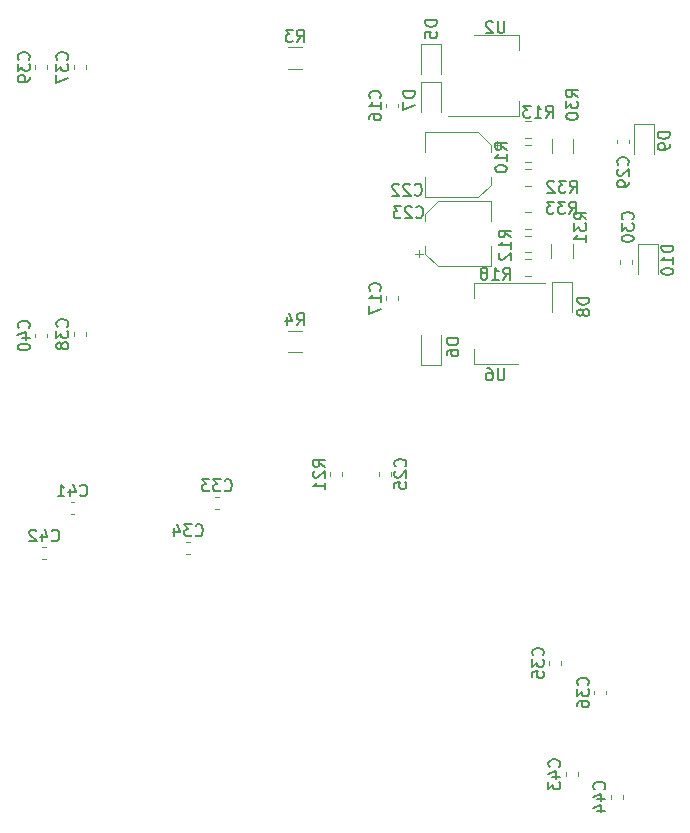
<source format=gbo>
G04 #@! TF.GenerationSoftware,KiCad,Pcbnew,5.0.1-33cea8e~67~ubuntu18.04.1*
G04 #@! TF.CreationDate,2018-10-21T17:35:32+02:00*
G04 #@! TF.ProjectId,CondorCabSim,436F6E646F7243616253696D2E6B6963,rev?*
G04 #@! TF.SameCoordinates,Original*
G04 #@! TF.FileFunction,Legend,Bot*
G04 #@! TF.FilePolarity,Positive*
%FSLAX46Y46*%
G04 Gerber Fmt 4.6, Leading zero omitted, Abs format (unit mm)*
G04 Created by KiCad (PCBNEW 5.0.1-33cea8e~67~ubuntu18.04.1) date Sun 21 Oct 2018 05:35:32 PM CEST*
%MOMM*%
%LPD*%
G01*
G04 APERTURE LIST*
%ADD10C,0.120000*%
%ADD11C,0.150000*%
G04 APERTURE END LIST*
D10*
G04 #@! TO.C,R30*
X176331200Y-56942264D02*
X176331200Y-55738136D01*
X178151200Y-56942264D02*
X178151200Y-55738136D01*
G04 #@! TO.C,D8*
X176365800Y-67849800D02*
X176365800Y-70399800D01*
X178065800Y-67849800D02*
X178065800Y-70399800D01*
X176365800Y-67849800D02*
X178065800Y-67849800D01*
G04 #@! TO.C,D10*
X183617500Y-64641600D02*
X183617500Y-67191600D01*
X185317500Y-64641600D02*
X185317500Y-67191600D01*
X183617500Y-64641600D02*
X185317500Y-64641600D01*
G04 #@! TO.C,U6*
X175733300Y-67924600D02*
X169723300Y-67924600D01*
X173483300Y-74744600D02*
X169723300Y-74744600D01*
X169723300Y-67924600D02*
X169723300Y-69184600D01*
X169723300Y-74744600D02*
X169723300Y-73484600D01*
G04 #@! TO.C,C33*
X148158519Y-87045260D02*
X147832961Y-87045260D01*
X148158519Y-86025260D02*
X147832961Y-86025260D01*
G04 #@! TO.C,C16*
X162339560Y-52735161D02*
X162339560Y-53060719D01*
X163359560Y-52735161D02*
X163359560Y-53060719D01*
G04 #@! TO.C,C17*
X163359560Y-69042161D02*
X163359560Y-69367719D01*
X162339560Y-69042161D02*
X162339560Y-69367719D01*
G04 #@! TO.C,C22*
X171724300Y-55927200D02*
X171724300Y-56552200D01*
X172036800Y-56239700D02*
X171411800Y-56239700D01*
X171171800Y-59620263D02*
X170107363Y-60684700D01*
X171171800Y-56229137D02*
X170107363Y-55164700D01*
X171171800Y-56229137D02*
X171171800Y-56864700D01*
X171171800Y-59620263D02*
X171171800Y-58984700D01*
X170107363Y-60684700D02*
X165651800Y-60684700D01*
X170107363Y-55164700D02*
X165651800Y-55164700D01*
X165651800Y-55164700D02*
X165651800Y-56864700D01*
X165651800Y-60684700D02*
X165651800Y-58984700D01*
G04 #@! TO.C,C23*
X171171800Y-60994000D02*
X171171800Y-62694000D01*
X171171800Y-66514000D02*
X171171800Y-64814000D01*
X166716237Y-66514000D02*
X171171800Y-66514000D01*
X166716237Y-60994000D02*
X171171800Y-60994000D01*
X165651800Y-62058437D02*
X165651800Y-62694000D01*
X165651800Y-65449563D02*
X165651800Y-64814000D01*
X165651800Y-65449563D02*
X166716237Y-66514000D01*
X165651800Y-62058437D02*
X166716237Y-60994000D01*
X164786800Y-65439000D02*
X165411800Y-65439000D01*
X165099300Y-65751500D02*
X165099300Y-65126500D01*
G04 #@! TO.C,C25*
X161694400Y-83936521D02*
X161694400Y-84262079D01*
X162714400Y-83936521D02*
X162714400Y-84262079D01*
G04 #@! TO.C,C29*
X182917560Y-55783161D02*
X182917560Y-56108719D01*
X181897560Y-55783161D02*
X181897560Y-56108719D01*
G04 #@! TO.C,C30*
X182151560Y-65994161D02*
X182151560Y-66319719D01*
X183171560Y-65994161D02*
X183171560Y-66319719D01*
G04 #@! TO.C,C34*
X145720019Y-89835260D02*
X145394461Y-89835260D01*
X145720019Y-90855260D02*
X145394461Y-90855260D01*
G04 #@! TO.C,C35*
X176147000Y-99938721D02*
X176147000Y-100264279D01*
X177167000Y-99938721D02*
X177167000Y-100264279D01*
G04 #@! TO.C,C36*
X179957000Y-102427721D02*
X179957000Y-102753279D01*
X180977000Y-102427721D02*
X180977000Y-102753279D01*
G04 #@! TO.C,C37*
X136882600Y-49493720D02*
X136882600Y-49819278D01*
X135862600Y-49493720D02*
X135862600Y-49819278D01*
G04 #@! TO.C,C38*
X135872760Y-72100221D02*
X135872760Y-72425779D01*
X136892760Y-72100221D02*
X136892760Y-72425779D01*
G04 #@! TO.C,C39*
X133631400Y-49493720D02*
X133631400Y-49819278D01*
X132611400Y-49493720D02*
X132611400Y-49819278D01*
G04 #@! TO.C,C40*
X133631400Y-72201921D02*
X133631400Y-72527479D01*
X132611400Y-72201921D02*
X132611400Y-72527479D01*
G04 #@! TO.C,D5*
X165304100Y-47649000D02*
X167004100Y-47649000D01*
X167004100Y-47649000D02*
X167004100Y-50199000D01*
X165304100Y-47649000D02*
X165304100Y-50199000D01*
G04 #@! TO.C,D6*
X166991400Y-74855200D02*
X166991400Y-72305200D01*
X165291400Y-74855200D02*
X165291400Y-72305200D01*
X166991400Y-74855200D02*
X165291400Y-74855200D01*
G04 #@! TO.C,D7*
X165304100Y-50938300D02*
X167004100Y-50938300D01*
X167004100Y-50938300D02*
X167004100Y-53488300D01*
X165304100Y-50938300D02*
X165304100Y-53488300D01*
G04 #@! TO.C,D9*
X183338100Y-54494300D02*
X185038100Y-54494300D01*
X185038100Y-54494300D02*
X185038100Y-57044300D01*
X183338100Y-54494300D02*
X183338100Y-57044300D01*
G04 #@! TO.C,R3*
X155191544Y-47954520D02*
X153987416Y-47954520D01*
X155191544Y-49774520D02*
X153987416Y-49774520D01*
G04 #@! TO.C,R4*
X155191544Y-73779440D02*
X153987416Y-73779440D01*
X155191544Y-71959440D02*
X153987416Y-71959440D01*
G04 #@! TO.C,R10*
X174616878Y-57697440D02*
X174099722Y-57697440D01*
X174616878Y-56277440D02*
X174099722Y-56277440D01*
G04 #@! TO.C,R12*
X174099722Y-65327600D02*
X174616878Y-65327600D01*
X174099722Y-63907600D02*
X174616878Y-63907600D01*
G04 #@! TO.C,R13*
X174099722Y-54245440D02*
X174616878Y-54245440D01*
X174099722Y-55665440D02*
X174616878Y-55665440D01*
G04 #@! TO.C,R18*
X174616878Y-67334200D02*
X174099722Y-67334200D01*
X174616878Y-65914200D02*
X174099722Y-65914200D01*
G04 #@! TO.C,R21*
X157605000Y-83962121D02*
X157605000Y-84287679D01*
X158625000Y-83962121D02*
X158625000Y-84287679D01*
G04 #@! TO.C,U2*
X173537400Y-46932800D02*
X173537400Y-48192800D01*
X173537400Y-53752800D02*
X173537400Y-52492800D01*
X169777400Y-46932800D02*
X173537400Y-46932800D01*
X167527400Y-53752800D02*
X173537400Y-53752800D01*
G04 #@! TO.C,R32*
X174099722Y-58309440D02*
X174616878Y-58309440D01*
X174099722Y-59729440D02*
X174616878Y-59729440D01*
G04 #@! TO.C,R33*
X174616878Y-61901000D02*
X174099722Y-61901000D01*
X174616878Y-63321000D02*
X174099722Y-63321000D01*
G04 #@! TO.C,C41*
X135925879Y-87479600D02*
X135600321Y-87479600D01*
X135925879Y-86459600D02*
X135600321Y-86459600D01*
G04 #@! TO.C,C42*
X133538079Y-90269600D02*
X133212521Y-90269600D01*
X133538079Y-91289600D02*
X133212521Y-91289600D01*
G04 #@! TO.C,C43*
X177529769Y-109357955D02*
X177529769Y-109683513D01*
X178549769Y-109357955D02*
X178549769Y-109683513D01*
G04 #@! TO.C,C44*
X182359769Y-111262955D02*
X182359769Y-111588513D01*
X181339769Y-111262955D02*
X181339769Y-111588513D01*
G04 #@! TO.C,R31*
X178125800Y-65826264D02*
X178125800Y-64622136D01*
X176305800Y-65826264D02*
X176305800Y-64622136D01*
G04 #@! TD*
G04 #@! TO.C,R30*
D11*
X178569880Y-52189142D02*
X178093690Y-51855809D01*
X178569880Y-51617714D02*
X177569880Y-51617714D01*
X177569880Y-51998666D01*
X177617500Y-52093904D01*
X177665119Y-52141523D01*
X177760357Y-52189142D01*
X177903214Y-52189142D01*
X177998452Y-52141523D01*
X178046071Y-52093904D01*
X178093690Y-51998666D01*
X178093690Y-51617714D01*
X177569880Y-52522476D02*
X177569880Y-53141523D01*
X177950833Y-52808190D01*
X177950833Y-52951047D01*
X177998452Y-53046285D01*
X178046071Y-53093904D01*
X178141309Y-53141523D01*
X178379404Y-53141523D01*
X178474642Y-53093904D01*
X178522261Y-53046285D01*
X178569880Y-52951047D01*
X178569880Y-52665333D01*
X178522261Y-52570095D01*
X178474642Y-52522476D01*
X177569880Y-53760571D02*
X177569880Y-53855809D01*
X177617500Y-53951047D01*
X177665119Y-53998666D01*
X177760357Y-54046285D01*
X177950833Y-54093904D01*
X178188928Y-54093904D01*
X178379404Y-54046285D01*
X178474642Y-53998666D01*
X178522261Y-53951047D01*
X178569880Y-53855809D01*
X178569880Y-53760571D01*
X178522261Y-53665333D01*
X178474642Y-53617714D01*
X178379404Y-53570095D01*
X178188928Y-53522476D01*
X177950833Y-53522476D01*
X177760357Y-53570095D01*
X177665119Y-53617714D01*
X177617500Y-53665333D01*
X177569880Y-53760571D01*
G04 #@! TO.C,D8*
X179522380Y-69175404D02*
X178522380Y-69175404D01*
X178522380Y-69413500D01*
X178570000Y-69556357D01*
X178665238Y-69651595D01*
X178760476Y-69699214D01*
X178950952Y-69746833D01*
X179093809Y-69746833D01*
X179284285Y-69699214D01*
X179379523Y-69651595D01*
X179474761Y-69556357D01*
X179522380Y-69413500D01*
X179522380Y-69175404D01*
X178950952Y-70318261D02*
X178903333Y-70223023D01*
X178855714Y-70175404D01*
X178760476Y-70127785D01*
X178712857Y-70127785D01*
X178617619Y-70175404D01*
X178570000Y-70223023D01*
X178522380Y-70318261D01*
X178522380Y-70508738D01*
X178570000Y-70603976D01*
X178617619Y-70651595D01*
X178712857Y-70699214D01*
X178760476Y-70699214D01*
X178855714Y-70651595D01*
X178903333Y-70603976D01*
X178950952Y-70508738D01*
X178950952Y-70318261D01*
X178998571Y-70223023D01*
X179046190Y-70175404D01*
X179141428Y-70127785D01*
X179331904Y-70127785D01*
X179427142Y-70175404D01*
X179474761Y-70223023D01*
X179522380Y-70318261D01*
X179522380Y-70508738D01*
X179474761Y-70603976D01*
X179427142Y-70651595D01*
X179331904Y-70699214D01*
X179141428Y-70699214D01*
X179046190Y-70651595D01*
X178998571Y-70603976D01*
X178950952Y-70508738D01*
G04 #@! TO.C,D10*
X186634380Y-64762214D02*
X185634380Y-64762214D01*
X185634380Y-65000309D01*
X185682000Y-65143166D01*
X185777238Y-65238404D01*
X185872476Y-65286023D01*
X186062952Y-65333642D01*
X186205809Y-65333642D01*
X186396285Y-65286023D01*
X186491523Y-65238404D01*
X186586761Y-65143166D01*
X186634380Y-65000309D01*
X186634380Y-64762214D01*
X186634380Y-66286023D02*
X186634380Y-65714595D01*
X186634380Y-66000309D02*
X185634380Y-66000309D01*
X185777238Y-65905071D01*
X185872476Y-65809833D01*
X185920095Y-65714595D01*
X185634380Y-66905071D02*
X185634380Y-67000309D01*
X185682000Y-67095547D01*
X185729619Y-67143166D01*
X185824857Y-67190785D01*
X186015333Y-67238404D01*
X186253428Y-67238404D01*
X186443904Y-67190785D01*
X186539142Y-67143166D01*
X186586761Y-67095547D01*
X186634380Y-67000309D01*
X186634380Y-66905071D01*
X186586761Y-66809833D01*
X186539142Y-66762214D01*
X186443904Y-66714595D01*
X186253428Y-66666976D01*
X186015333Y-66666976D01*
X185824857Y-66714595D01*
X185729619Y-66762214D01*
X185682000Y-66809833D01*
X185634380Y-66905071D01*
G04 #@! TO.C,U6*
X172338904Y-75144380D02*
X172338904Y-75953904D01*
X172291285Y-76049142D01*
X172243666Y-76096761D01*
X172148428Y-76144380D01*
X171957952Y-76144380D01*
X171862714Y-76096761D01*
X171815095Y-76049142D01*
X171767476Y-75953904D01*
X171767476Y-75144380D01*
X170862714Y-75144380D02*
X171053190Y-75144380D01*
X171148428Y-75192000D01*
X171196047Y-75239619D01*
X171291285Y-75382476D01*
X171338904Y-75572952D01*
X171338904Y-75953904D01*
X171291285Y-76049142D01*
X171243666Y-76096761D01*
X171148428Y-76144380D01*
X170957952Y-76144380D01*
X170862714Y-76096761D01*
X170815095Y-76049142D01*
X170767476Y-75953904D01*
X170767476Y-75715809D01*
X170815095Y-75620571D01*
X170862714Y-75572952D01*
X170957952Y-75525333D01*
X171148428Y-75525333D01*
X171243666Y-75572952D01*
X171291285Y-75620571D01*
X171338904Y-75715809D01*
G04 #@! TO.C,C33*
X148638597Y-85462402D02*
X148686216Y-85510021D01*
X148829073Y-85557640D01*
X148924311Y-85557640D01*
X149067168Y-85510021D01*
X149162406Y-85414783D01*
X149210025Y-85319545D01*
X149257644Y-85129069D01*
X149257644Y-84986212D01*
X149210025Y-84795736D01*
X149162406Y-84700498D01*
X149067168Y-84605260D01*
X148924311Y-84557640D01*
X148829073Y-84557640D01*
X148686216Y-84605260D01*
X148638597Y-84652879D01*
X148305263Y-84557640D02*
X147686216Y-84557640D01*
X148019549Y-84938593D01*
X147876692Y-84938593D01*
X147781454Y-84986212D01*
X147733835Y-85033831D01*
X147686216Y-85129069D01*
X147686216Y-85367164D01*
X147733835Y-85462402D01*
X147781454Y-85510021D01*
X147876692Y-85557640D01*
X148162406Y-85557640D01*
X148257644Y-85510021D01*
X148305263Y-85462402D01*
X147352882Y-84557640D02*
X146733835Y-84557640D01*
X147067168Y-84938593D01*
X146924311Y-84938593D01*
X146829073Y-84986212D01*
X146781454Y-85033831D01*
X146733835Y-85129069D01*
X146733835Y-85367164D01*
X146781454Y-85462402D01*
X146829073Y-85510021D01*
X146924311Y-85557640D01*
X147210025Y-85557640D01*
X147305263Y-85510021D01*
X147352882Y-85462402D01*
G04 #@! TO.C,C16*
X161776702Y-52255082D02*
X161824321Y-52207463D01*
X161871940Y-52064606D01*
X161871940Y-51969368D01*
X161824321Y-51826511D01*
X161729083Y-51731273D01*
X161633845Y-51683654D01*
X161443369Y-51636035D01*
X161300512Y-51636035D01*
X161110036Y-51683654D01*
X161014798Y-51731273D01*
X160919560Y-51826511D01*
X160871940Y-51969368D01*
X160871940Y-52064606D01*
X160919560Y-52207463D01*
X160967179Y-52255082D01*
X161871940Y-53207463D02*
X161871940Y-52636035D01*
X161871940Y-52921749D02*
X160871940Y-52921749D01*
X161014798Y-52826511D01*
X161110036Y-52731273D01*
X161157655Y-52636035D01*
X160871940Y-54064606D02*
X160871940Y-53874130D01*
X160919560Y-53778892D01*
X160967179Y-53731273D01*
X161110036Y-53636035D01*
X161300512Y-53588416D01*
X161681464Y-53588416D01*
X161776702Y-53636035D01*
X161824321Y-53683654D01*
X161871940Y-53778892D01*
X161871940Y-53969368D01*
X161824321Y-54064606D01*
X161776702Y-54112225D01*
X161681464Y-54159844D01*
X161443369Y-54159844D01*
X161348131Y-54112225D01*
X161300512Y-54064606D01*
X161252893Y-53969368D01*
X161252893Y-53778892D01*
X161300512Y-53683654D01*
X161348131Y-53636035D01*
X161443369Y-53588416D01*
G04 #@! TO.C,C17*
X161776702Y-68562082D02*
X161824321Y-68514463D01*
X161871940Y-68371606D01*
X161871940Y-68276368D01*
X161824321Y-68133511D01*
X161729083Y-68038273D01*
X161633845Y-67990654D01*
X161443369Y-67943035D01*
X161300512Y-67943035D01*
X161110036Y-67990654D01*
X161014798Y-68038273D01*
X160919560Y-68133511D01*
X160871940Y-68276368D01*
X160871940Y-68371606D01*
X160919560Y-68514463D01*
X160967179Y-68562082D01*
X161871940Y-69514463D02*
X161871940Y-68943035D01*
X161871940Y-69228749D02*
X160871940Y-69228749D01*
X161014798Y-69133511D01*
X161110036Y-69038273D01*
X161157655Y-68943035D01*
X160871940Y-69847797D02*
X160871940Y-70514463D01*
X161871940Y-70085892D01*
G04 #@! TO.C,C22*
X164726857Y-60428142D02*
X164774476Y-60475761D01*
X164917333Y-60523380D01*
X165012571Y-60523380D01*
X165155428Y-60475761D01*
X165250666Y-60380523D01*
X165298285Y-60285285D01*
X165345904Y-60094809D01*
X165345904Y-59951952D01*
X165298285Y-59761476D01*
X165250666Y-59666238D01*
X165155428Y-59571000D01*
X165012571Y-59523380D01*
X164917333Y-59523380D01*
X164774476Y-59571000D01*
X164726857Y-59618619D01*
X164345904Y-59618619D02*
X164298285Y-59571000D01*
X164203047Y-59523380D01*
X163964952Y-59523380D01*
X163869714Y-59571000D01*
X163822095Y-59618619D01*
X163774476Y-59713857D01*
X163774476Y-59809095D01*
X163822095Y-59951952D01*
X164393523Y-60523380D01*
X163774476Y-60523380D01*
X163393523Y-59618619D02*
X163345904Y-59571000D01*
X163250666Y-59523380D01*
X163012571Y-59523380D01*
X162917333Y-59571000D01*
X162869714Y-59618619D01*
X162822095Y-59713857D01*
X162822095Y-59809095D01*
X162869714Y-59951952D01*
X163441142Y-60523380D01*
X162822095Y-60523380D01*
G04 #@! TO.C,C23*
X164853857Y-62333142D02*
X164901476Y-62380761D01*
X165044333Y-62428380D01*
X165139571Y-62428380D01*
X165282428Y-62380761D01*
X165377666Y-62285523D01*
X165425285Y-62190285D01*
X165472904Y-61999809D01*
X165472904Y-61856952D01*
X165425285Y-61666476D01*
X165377666Y-61571238D01*
X165282428Y-61476000D01*
X165139571Y-61428380D01*
X165044333Y-61428380D01*
X164901476Y-61476000D01*
X164853857Y-61523619D01*
X164472904Y-61523619D02*
X164425285Y-61476000D01*
X164330047Y-61428380D01*
X164091952Y-61428380D01*
X163996714Y-61476000D01*
X163949095Y-61523619D01*
X163901476Y-61618857D01*
X163901476Y-61714095D01*
X163949095Y-61856952D01*
X164520523Y-62428380D01*
X163901476Y-62428380D01*
X163568142Y-61428380D02*
X162949095Y-61428380D01*
X163282428Y-61809333D01*
X163139571Y-61809333D01*
X163044333Y-61856952D01*
X162996714Y-61904571D01*
X162949095Y-61999809D01*
X162949095Y-62237904D01*
X162996714Y-62333142D01*
X163044333Y-62380761D01*
X163139571Y-62428380D01*
X163425285Y-62428380D01*
X163520523Y-62380761D01*
X163568142Y-62333142D01*
G04 #@! TO.C,C25*
X163933142Y-83456442D02*
X163980761Y-83408823D01*
X164028380Y-83265966D01*
X164028380Y-83170728D01*
X163980761Y-83027871D01*
X163885523Y-82932633D01*
X163790285Y-82885014D01*
X163599809Y-82837395D01*
X163456952Y-82837395D01*
X163266476Y-82885014D01*
X163171238Y-82932633D01*
X163076000Y-83027871D01*
X163028380Y-83170728D01*
X163028380Y-83265966D01*
X163076000Y-83408823D01*
X163123619Y-83456442D01*
X163123619Y-83837395D02*
X163076000Y-83885014D01*
X163028380Y-83980252D01*
X163028380Y-84218347D01*
X163076000Y-84313585D01*
X163123619Y-84361204D01*
X163218857Y-84408823D01*
X163314095Y-84408823D01*
X163456952Y-84361204D01*
X164028380Y-83789776D01*
X164028380Y-84408823D01*
X163028380Y-85313585D02*
X163028380Y-84837395D01*
X163504571Y-84789776D01*
X163456952Y-84837395D01*
X163409333Y-84932633D01*
X163409333Y-85170728D01*
X163456952Y-85265966D01*
X163504571Y-85313585D01*
X163599809Y-85361204D01*
X163837904Y-85361204D01*
X163933142Y-85313585D01*
X163980761Y-85265966D01*
X164028380Y-85170728D01*
X164028380Y-84932633D01*
X163980761Y-84837395D01*
X163933142Y-84789776D01*
G04 #@! TO.C,C29*
X182792642Y-57904142D02*
X182840261Y-57856523D01*
X182887880Y-57713666D01*
X182887880Y-57618428D01*
X182840261Y-57475571D01*
X182745023Y-57380333D01*
X182649785Y-57332714D01*
X182459309Y-57285095D01*
X182316452Y-57285095D01*
X182125976Y-57332714D01*
X182030738Y-57380333D01*
X181935500Y-57475571D01*
X181887880Y-57618428D01*
X181887880Y-57713666D01*
X181935500Y-57856523D01*
X181983119Y-57904142D01*
X181983119Y-58285095D02*
X181935500Y-58332714D01*
X181887880Y-58427952D01*
X181887880Y-58666047D01*
X181935500Y-58761285D01*
X181983119Y-58808904D01*
X182078357Y-58856523D01*
X182173595Y-58856523D01*
X182316452Y-58808904D01*
X182887880Y-58237476D01*
X182887880Y-58856523D01*
X182887880Y-59332714D02*
X182887880Y-59523190D01*
X182840261Y-59618428D01*
X182792642Y-59666047D01*
X182649785Y-59761285D01*
X182459309Y-59808904D01*
X182078357Y-59808904D01*
X181983119Y-59761285D01*
X181935500Y-59713666D01*
X181887880Y-59618428D01*
X181887880Y-59427952D01*
X181935500Y-59332714D01*
X181983119Y-59285095D01*
X182078357Y-59237476D01*
X182316452Y-59237476D01*
X182411690Y-59285095D01*
X182459309Y-59332714D01*
X182506928Y-59427952D01*
X182506928Y-59618428D01*
X182459309Y-59713666D01*
X182411690Y-59761285D01*
X182316452Y-59808904D01*
G04 #@! TO.C,C30*
X183173642Y-62539642D02*
X183221261Y-62492023D01*
X183268880Y-62349166D01*
X183268880Y-62253928D01*
X183221261Y-62111071D01*
X183126023Y-62015833D01*
X183030785Y-61968214D01*
X182840309Y-61920595D01*
X182697452Y-61920595D01*
X182506976Y-61968214D01*
X182411738Y-62015833D01*
X182316500Y-62111071D01*
X182268880Y-62253928D01*
X182268880Y-62349166D01*
X182316500Y-62492023D01*
X182364119Y-62539642D01*
X182268880Y-62872976D02*
X182268880Y-63492023D01*
X182649833Y-63158690D01*
X182649833Y-63301547D01*
X182697452Y-63396785D01*
X182745071Y-63444404D01*
X182840309Y-63492023D01*
X183078404Y-63492023D01*
X183173642Y-63444404D01*
X183221261Y-63396785D01*
X183268880Y-63301547D01*
X183268880Y-63015833D01*
X183221261Y-62920595D01*
X183173642Y-62872976D01*
X182268880Y-64111071D02*
X182268880Y-64206309D01*
X182316500Y-64301547D01*
X182364119Y-64349166D01*
X182459357Y-64396785D01*
X182649833Y-64444404D01*
X182887928Y-64444404D01*
X183078404Y-64396785D01*
X183173642Y-64349166D01*
X183221261Y-64301547D01*
X183268880Y-64206309D01*
X183268880Y-64111071D01*
X183221261Y-64015833D01*
X183173642Y-63968214D01*
X183078404Y-63920595D01*
X182887928Y-63872976D01*
X182649833Y-63872976D01*
X182459357Y-63920595D01*
X182364119Y-63968214D01*
X182316500Y-64015833D01*
X182268880Y-64111071D01*
G04 #@! TO.C,C34*
X146200097Y-89272402D02*
X146247716Y-89320021D01*
X146390573Y-89367640D01*
X146485811Y-89367640D01*
X146628668Y-89320021D01*
X146723906Y-89224783D01*
X146771525Y-89129545D01*
X146819144Y-88939069D01*
X146819144Y-88796212D01*
X146771525Y-88605736D01*
X146723906Y-88510498D01*
X146628668Y-88415260D01*
X146485811Y-88367640D01*
X146390573Y-88367640D01*
X146247716Y-88415260D01*
X146200097Y-88462879D01*
X145866763Y-88367640D02*
X145247716Y-88367640D01*
X145581049Y-88748593D01*
X145438192Y-88748593D01*
X145342954Y-88796212D01*
X145295335Y-88843831D01*
X145247716Y-88939069D01*
X145247716Y-89177164D01*
X145295335Y-89272402D01*
X145342954Y-89320021D01*
X145438192Y-89367640D01*
X145723906Y-89367640D01*
X145819144Y-89320021D01*
X145866763Y-89272402D01*
X144390573Y-88700974D02*
X144390573Y-89367640D01*
X144628668Y-88320021D02*
X144866763Y-89034307D01*
X144247716Y-89034307D01*
G04 #@! TO.C,C35*
X175584142Y-99458642D02*
X175631761Y-99411023D01*
X175679380Y-99268166D01*
X175679380Y-99172928D01*
X175631761Y-99030071D01*
X175536523Y-98934833D01*
X175441285Y-98887214D01*
X175250809Y-98839595D01*
X175107952Y-98839595D01*
X174917476Y-98887214D01*
X174822238Y-98934833D01*
X174727000Y-99030071D01*
X174679380Y-99172928D01*
X174679380Y-99268166D01*
X174727000Y-99411023D01*
X174774619Y-99458642D01*
X174679380Y-99791976D02*
X174679380Y-100411023D01*
X175060333Y-100077690D01*
X175060333Y-100220547D01*
X175107952Y-100315785D01*
X175155571Y-100363404D01*
X175250809Y-100411023D01*
X175488904Y-100411023D01*
X175584142Y-100363404D01*
X175631761Y-100315785D01*
X175679380Y-100220547D01*
X175679380Y-99934833D01*
X175631761Y-99839595D01*
X175584142Y-99791976D01*
X174679380Y-101315785D02*
X174679380Y-100839595D01*
X175155571Y-100791976D01*
X175107952Y-100839595D01*
X175060333Y-100934833D01*
X175060333Y-101172928D01*
X175107952Y-101268166D01*
X175155571Y-101315785D01*
X175250809Y-101363404D01*
X175488904Y-101363404D01*
X175584142Y-101315785D01*
X175631761Y-101268166D01*
X175679380Y-101172928D01*
X175679380Y-100934833D01*
X175631761Y-100839595D01*
X175584142Y-100791976D01*
G04 #@! TO.C,C36*
X179394142Y-101947642D02*
X179441761Y-101900023D01*
X179489380Y-101757166D01*
X179489380Y-101661928D01*
X179441761Y-101519071D01*
X179346523Y-101423833D01*
X179251285Y-101376214D01*
X179060809Y-101328595D01*
X178917952Y-101328595D01*
X178727476Y-101376214D01*
X178632238Y-101423833D01*
X178537000Y-101519071D01*
X178489380Y-101661928D01*
X178489380Y-101757166D01*
X178537000Y-101900023D01*
X178584619Y-101947642D01*
X178489380Y-102280976D02*
X178489380Y-102900023D01*
X178870333Y-102566690D01*
X178870333Y-102709547D01*
X178917952Y-102804785D01*
X178965571Y-102852404D01*
X179060809Y-102900023D01*
X179298904Y-102900023D01*
X179394142Y-102852404D01*
X179441761Y-102804785D01*
X179489380Y-102709547D01*
X179489380Y-102423833D01*
X179441761Y-102328595D01*
X179394142Y-102280976D01*
X178489380Y-103757166D02*
X178489380Y-103566690D01*
X178537000Y-103471452D01*
X178584619Y-103423833D01*
X178727476Y-103328595D01*
X178917952Y-103280976D01*
X179298904Y-103280976D01*
X179394142Y-103328595D01*
X179441761Y-103376214D01*
X179489380Y-103471452D01*
X179489380Y-103661928D01*
X179441761Y-103757166D01*
X179394142Y-103804785D01*
X179298904Y-103852404D01*
X179060809Y-103852404D01*
X178965571Y-103804785D01*
X178917952Y-103757166D01*
X178870333Y-103661928D01*
X178870333Y-103471452D01*
X178917952Y-103376214D01*
X178965571Y-103328595D01*
X179060809Y-103280976D01*
G04 #@! TO.C,C37*
X135299742Y-49013641D02*
X135347361Y-48966022D01*
X135394980Y-48823165D01*
X135394980Y-48727927D01*
X135347361Y-48585070D01*
X135252123Y-48489832D01*
X135156885Y-48442213D01*
X134966409Y-48394594D01*
X134823552Y-48394594D01*
X134633076Y-48442213D01*
X134537838Y-48489832D01*
X134442600Y-48585070D01*
X134394980Y-48727927D01*
X134394980Y-48823165D01*
X134442600Y-48966022D01*
X134490219Y-49013641D01*
X134394980Y-49346975D02*
X134394980Y-49966022D01*
X134775933Y-49632689D01*
X134775933Y-49775546D01*
X134823552Y-49870784D01*
X134871171Y-49918403D01*
X134966409Y-49966022D01*
X135204504Y-49966022D01*
X135299742Y-49918403D01*
X135347361Y-49870784D01*
X135394980Y-49775546D01*
X135394980Y-49489832D01*
X135347361Y-49394594D01*
X135299742Y-49346975D01*
X134394980Y-50299356D02*
X134394980Y-50966022D01*
X135394980Y-50537451D01*
G04 #@! TO.C,C38*
X135309902Y-71620142D02*
X135357521Y-71572523D01*
X135405140Y-71429666D01*
X135405140Y-71334428D01*
X135357521Y-71191571D01*
X135262283Y-71096333D01*
X135167045Y-71048714D01*
X134976569Y-71001095D01*
X134833712Y-71001095D01*
X134643236Y-71048714D01*
X134547998Y-71096333D01*
X134452760Y-71191571D01*
X134405140Y-71334428D01*
X134405140Y-71429666D01*
X134452760Y-71572523D01*
X134500379Y-71620142D01*
X134405140Y-71953476D02*
X134405140Y-72572523D01*
X134786093Y-72239190D01*
X134786093Y-72382047D01*
X134833712Y-72477285D01*
X134881331Y-72524904D01*
X134976569Y-72572523D01*
X135214664Y-72572523D01*
X135309902Y-72524904D01*
X135357521Y-72477285D01*
X135405140Y-72382047D01*
X135405140Y-72096333D01*
X135357521Y-72001095D01*
X135309902Y-71953476D01*
X134833712Y-73143952D02*
X134786093Y-73048714D01*
X134738474Y-73001095D01*
X134643236Y-72953476D01*
X134595617Y-72953476D01*
X134500379Y-73001095D01*
X134452760Y-73048714D01*
X134405140Y-73143952D01*
X134405140Y-73334428D01*
X134452760Y-73429666D01*
X134500379Y-73477285D01*
X134595617Y-73524904D01*
X134643236Y-73524904D01*
X134738474Y-73477285D01*
X134786093Y-73429666D01*
X134833712Y-73334428D01*
X134833712Y-73143952D01*
X134881331Y-73048714D01*
X134928950Y-73001095D01*
X135024188Y-72953476D01*
X135214664Y-72953476D01*
X135309902Y-73001095D01*
X135357521Y-73048714D01*
X135405140Y-73143952D01*
X135405140Y-73334428D01*
X135357521Y-73429666D01*
X135309902Y-73477285D01*
X135214664Y-73524904D01*
X135024188Y-73524904D01*
X134928950Y-73477285D01*
X134881331Y-73429666D01*
X134833712Y-73334428D01*
G04 #@! TO.C,C39*
X132048542Y-49013641D02*
X132096161Y-48966022D01*
X132143780Y-48823165D01*
X132143780Y-48727927D01*
X132096161Y-48585070D01*
X132000923Y-48489832D01*
X131905685Y-48442213D01*
X131715209Y-48394594D01*
X131572352Y-48394594D01*
X131381876Y-48442213D01*
X131286638Y-48489832D01*
X131191400Y-48585070D01*
X131143780Y-48727927D01*
X131143780Y-48823165D01*
X131191400Y-48966022D01*
X131239019Y-49013641D01*
X131143780Y-49346975D02*
X131143780Y-49966022D01*
X131524733Y-49632689D01*
X131524733Y-49775546D01*
X131572352Y-49870784D01*
X131619971Y-49918403D01*
X131715209Y-49966022D01*
X131953304Y-49966022D01*
X132048542Y-49918403D01*
X132096161Y-49870784D01*
X132143780Y-49775546D01*
X132143780Y-49489832D01*
X132096161Y-49394594D01*
X132048542Y-49346975D01*
X132143780Y-50442213D02*
X132143780Y-50632689D01*
X132096161Y-50727927D01*
X132048542Y-50775546D01*
X131905685Y-50870784D01*
X131715209Y-50918403D01*
X131334257Y-50918403D01*
X131239019Y-50870784D01*
X131191400Y-50823165D01*
X131143780Y-50727927D01*
X131143780Y-50537451D01*
X131191400Y-50442213D01*
X131239019Y-50394594D01*
X131334257Y-50346975D01*
X131572352Y-50346975D01*
X131667590Y-50394594D01*
X131715209Y-50442213D01*
X131762828Y-50537451D01*
X131762828Y-50727927D01*
X131715209Y-50823165D01*
X131667590Y-50870784D01*
X131572352Y-50918403D01*
G04 #@! TO.C,C40*
X132048542Y-71721842D02*
X132096161Y-71674223D01*
X132143780Y-71531366D01*
X132143780Y-71436128D01*
X132096161Y-71293271D01*
X132000923Y-71198033D01*
X131905685Y-71150414D01*
X131715209Y-71102795D01*
X131572352Y-71102795D01*
X131381876Y-71150414D01*
X131286638Y-71198033D01*
X131191400Y-71293271D01*
X131143780Y-71436128D01*
X131143780Y-71531366D01*
X131191400Y-71674223D01*
X131239019Y-71721842D01*
X131477114Y-72578985D02*
X132143780Y-72578985D01*
X131096161Y-72340890D02*
X131810447Y-72102795D01*
X131810447Y-72721842D01*
X131143780Y-73293271D02*
X131143780Y-73388509D01*
X131191400Y-73483747D01*
X131239019Y-73531366D01*
X131334257Y-73578985D01*
X131524733Y-73626604D01*
X131762828Y-73626604D01*
X131953304Y-73578985D01*
X132048542Y-73531366D01*
X132096161Y-73483747D01*
X132143780Y-73388509D01*
X132143780Y-73293271D01*
X132096161Y-73198033D01*
X132048542Y-73150414D01*
X131953304Y-73102795D01*
X131762828Y-73055176D01*
X131524733Y-73055176D01*
X131334257Y-73102795D01*
X131239019Y-73150414D01*
X131191400Y-73198033D01*
X131143780Y-73293271D01*
G04 #@! TO.C,D5*
X166631880Y-45680404D02*
X165631880Y-45680404D01*
X165631880Y-45918500D01*
X165679500Y-46061357D01*
X165774738Y-46156595D01*
X165869976Y-46204214D01*
X166060452Y-46251833D01*
X166203309Y-46251833D01*
X166393785Y-46204214D01*
X166489023Y-46156595D01*
X166584261Y-46061357D01*
X166631880Y-45918500D01*
X166631880Y-45680404D01*
X165631880Y-47156595D02*
X165631880Y-46680404D01*
X166108071Y-46632785D01*
X166060452Y-46680404D01*
X166012833Y-46775642D01*
X166012833Y-47013738D01*
X166060452Y-47108976D01*
X166108071Y-47156595D01*
X166203309Y-47204214D01*
X166441404Y-47204214D01*
X166536642Y-47156595D01*
X166584261Y-47108976D01*
X166631880Y-47013738D01*
X166631880Y-46775642D01*
X166584261Y-46680404D01*
X166536642Y-46632785D01*
G04 #@! TO.C,D6*
X168443780Y-72617104D02*
X167443780Y-72617104D01*
X167443780Y-72855200D01*
X167491400Y-72998057D01*
X167586638Y-73093295D01*
X167681876Y-73140914D01*
X167872352Y-73188533D01*
X168015209Y-73188533D01*
X168205685Y-73140914D01*
X168300923Y-73093295D01*
X168396161Y-72998057D01*
X168443780Y-72855200D01*
X168443780Y-72617104D01*
X167443780Y-74045676D02*
X167443780Y-73855200D01*
X167491400Y-73759961D01*
X167539019Y-73712342D01*
X167681876Y-73617104D01*
X167872352Y-73569485D01*
X168253304Y-73569485D01*
X168348542Y-73617104D01*
X168396161Y-73664723D01*
X168443780Y-73759961D01*
X168443780Y-73950438D01*
X168396161Y-74045676D01*
X168348542Y-74093295D01*
X168253304Y-74140914D01*
X168015209Y-74140914D01*
X167919971Y-74093295D01*
X167872352Y-74045676D01*
X167824733Y-73950438D01*
X167824733Y-73759961D01*
X167872352Y-73664723D01*
X167919971Y-73617104D01*
X168015209Y-73569485D01*
G04 #@! TO.C,D7*
X164756480Y-51700204D02*
X163756480Y-51700204D01*
X163756480Y-51938300D01*
X163804100Y-52081157D01*
X163899338Y-52176395D01*
X163994576Y-52224014D01*
X164185052Y-52271633D01*
X164327909Y-52271633D01*
X164518385Y-52224014D01*
X164613623Y-52176395D01*
X164708861Y-52081157D01*
X164756480Y-51938300D01*
X164756480Y-51700204D01*
X163756480Y-52604966D02*
X163756480Y-53271633D01*
X164756480Y-52843061D01*
G04 #@! TO.C,D9*
X186316880Y-55141904D02*
X185316880Y-55141904D01*
X185316880Y-55380000D01*
X185364500Y-55522857D01*
X185459738Y-55618095D01*
X185554976Y-55665714D01*
X185745452Y-55713333D01*
X185888309Y-55713333D01*
X186078785Y-55665714D01*
X186174023Y-55618095D01*
X186269261Y-55522857D01*
X186316880Y-55380000D01*
X186316880Y-55141904D01*
X186316880Y-56189523D02*
X186316880Y-56380000D01*
X186269261Y-56475238D01*
X186221642Y-56522857D01*
X186078785Y-56618095D01*
X185888309Y-56665714D01*
X185507357Y-56665714D01*
X185412119Y-56618095D01*
X185364500Y-56570476D01*
X185316880Y-56475238D01*
X185316880Y-56284761D01*
X185364500Y-56189523D01*
X185412119Y-56141904D01*
X185507357Y-56094285D01*
X185745452Y-56094285D01*
X185840690Y-56141904D01*
X185888309Y-56189523D01*
X185935928Y-56284761D01*
X185935928Y-56475238D01*
X185888309Y-56570476D01*
X185840690Y-56618095D01*
X185745452Y-56665714D01*
G04 #@! TO.C,R3*
X154756146Y-47496900D02*
X155089480Y-47020710D01*
X155327575Y-47496900D02*
X155327575Y-46496900D01*
X154946622Y-46496900D01*
X154851384Y-46544520D01*
X154803765Y-46592139D01*
X154756146Y-46687377D01*
X154756146Y-46830234D01*
X154803765Y-46925472D01*
X154851384Y-46973091D01*
X154946622Y-47020710D01*
X155327575Y-47020710D01*
X154422813Y-46496900D02*
X153803765Y-46496900D01*
X154137099Y-46877853D01*
X153994241Y-46877853D01*
X153899003Y-46925472D01*
X153851384Y-46973091D01*
X153803765Y-47068329D01*
X153803765Y-47306424D01*
X153851384Y-47401662D01*
X153899003Y-47449281D01*
X153994241Y-47496900D01*
X154279956Y-47496900D01*
X154375194Y-47449281D01*
X154422813Y-47401662D01*
G04 #@! TO.C,R4*
X154756146Y-71501820D02*
X155089480Y-71025630D01*
X155327575Y-71501820D02*
X155327575Y-70501820D01*
X154946622Y-70501820D01*
X154851384Y-70549440D01*
X154803765Y-70597059D01*
X154756146Y-70692297D01*
X154756146Y-70835154D01*
X154803765Y-70930392D01*
X154851384Y-70978011D01*
X154946622Y-71025630D01*
X155327575Y-71025630D01*
X153899003Y-70835154D02*
X153899003Y-71501820D01*
X154137099Y-70454201D02*
X154375194Y-71168487D01*
X153756146Y-71168487D01*
G04 #@! TO.C,R10*
X172537380Y-56634142D02*
X172061190Y-56300809D01*
X172537380Y-56062714D02*
X171537380Y-56062714D01*
X171537380Y-56443666D01*
X171585000Y-56538904D01*
X171632619Y-56586523D01*
X171727857Y-56634142D01*
X171870714Y-56634142D01*
X171965952Y-56586523D01*
X172013571Y-56538904D01*
X172061190Y-56443666D01*
X172061190Y-56062714D01*
X172537380Y-57586523D02*
X172537380Y-57015095D01*
X172537380Y-57300809D02*
X171537380Y-57300809D01*
X171680238Y-57205571D01*
X171775476Y-57110333D01*
X171823095Y-57015095D01*
X171537380Y-58205571D02*
X171537380Y-58300809D01*
X171585000Y-58396047D01*
X171632619Y-58443666D01*
X171727857Y-58491285D01*
X171918333Y-58538904D01*
X172156428Y-58538904D01*
X172346904Y-58491285D01*
X172442142Y-58443666D01*
X172489761Y-58396047D01*
X172537380Y-58300809D01*
X172537380Y-58205571D01*
X172489761Y-58110333D01*
X172442142Y-58062714D01*
X172346904Y-58015095D01*
X172156428Y-57967476D01*
X171918333Y-57967476D01*
X171727857Y-58015095D01*
X171632619Y-58062714D01*
X171585000Y-58110333D01*
X171537380Y-58205571D01*
G04 #@! TO.C,R12*
X172854880Y-64063642D02*
X172378690Y-63730309D01*
X172854880Y-63492214D02*
X171854880Y-63492214D01*
X171854880Y-63873166D01*
X171902500Y-63968404D01*
X171950119Y-64016023D01*
X172045357Y-64063642D01*
X172188214Y-64063642D01*
X172283452Y-64016023D01*
X172331071Y-63968404D01*
X172378690Y-63873166D01*
X172378690Y-63492214D01*
X172854880Y-65016023D02*
X172854880Y-64444595D01*
X172854880Y-64730309D02*
X171854880Y-64730309D01*
X171997738Y-64635071D01*
X172092976Y-64539833D01*
X172140595Y-64444595D01*
X171950119Y-65396976D02*
X171902500Y-65444595D01*
X171854880Y-65539833D01*
X171854880Y-65777928D01*
X171902500Y-65873166D01*
X171950119Y-65920785D01*
X172045357Y-65968404D01*
X172140595Y-65968404D01*
X172283452Y-65920785D01*
X172854880Y-65349357D01*
X172854880Y-65968404D01*
G04 #@! TO.C,R13*
X175839357Y-53919380D02*
X176172690Y-53443190D01*
X176410785Y-53919380D02*
X176410785Y-52919380D01*
X176029833Y-52919380D01*
X175934595Y-52967000D01*
X175886976Y-53014619D01*
X175839357Y-53109857D01*
X175839357Y-53252714D01*
X175886976Y-53347952D01*
X175934595Y-53395571D01*
X176029833Y-53443190D01*
X176410785Y-53443190D01*
X174886976Y-53919380D02*
X175458404Y-53919380D01*
X175172690Y-53919380D02*
X175172690Y-52919380D01*
X175267928Y-53062238D01*
X175363166Y-53157476D01*
X175458404Y-53205095D01*
X174553642Y-52919380D02*
X173934595Y-52919380D01*
X174267928Y-53300333D01*
X174125071Y-53300333D01*
X174029833Y-53347952D01*
X173982214Y-53395571D01*
X173934595Y-53490809D01*
X173934595Y-53728904D01*
X173982214Y-53824142D01*
X174029833Y-53871761D01*
X174125071Y-53919380D01*
X174410785Y-53919380D01*
X174506023Y-53871761D01*
X174553642Y-53824142D01*
G04 #@! TO.C,R18*
X172219857Y-67635380D02*
X172553190Y-67159190D01*
X172791285Y-67635380D02*
X172791285Y-66635380D01*
X172410333Y-66635380D01*
X172315095Y-66683000D01*
X172267476Y-66730619D01*
X172219857Y-66825857D01*
X172219857Y-66968714D01*
X172267476Y-67063952D01*
X172315095Y-67111571D01*
X172410333Y-67159190D01*
X172791285Y-67159190D01*
X171267476Y-67635380D02*
X171838904Y-67635380D01*
X171553190Y-67635380D02*
X171553190Y-66635380D01*
X171648428Y-66778238D01*
X171743666Y-66873476D01*
X171838904Y-66921095D01*
X170696047Y-67063952D02*
X170791285Y-67016333D01*
X170838904Y-66968714D01*
X170886523Y-66873476D01*
X170886523Y-66825857D01*
X170838904Y-66730619D01*
X170791285Y-66683000D01*
X170696047Y-66635380D01*
X170505571Y-66635380D01*
X170410333Y-66683000D01*
X170362714Y-66730619D01*
X170315095Y-66825857D01*
X170315095Y-66873476D01*
X170362714Y-66968714D01*
X170410333Y-67016333D01*
X170505571Y-67063952D01*
X170696047Y-67063952D01*
X170791285Y-67111571D01*
X170838904Y-67159190D01*
X170886523Y-67254428D01*
X170886523Y-67444904D01*
X170838904Y-67540142D01*
X170791285Y-67587761D01*
X170696047Y-67635380D01*
X170505571Y-67635380D01*
X170410333Y-67587761D01*
X170362714Y-67540142D01*
X170315095Y-67444904D01*
X170315095Y-67254428D01*
X170362714Y-67159190D01*
X170410333Y-67111571D01*
X170505571Y-67063952D01*
G04 #@! TO.C,R21*
X157137380Y-83482042D02*
X156661190Y-83148709D01*
X157137380Y-82910614D02*
X156137380Y-82910614D01*
X156137380Y-83291566D01*
X156185000Y-83386804D01*
X156232619Y-83434423D01*
X156327857Y-83482042D01*
X156470714Y-83482042D01*
X156565952Y-83434423D01*
X156613571Y-83386804D01*
X156661190Y-83291566D01*
X156661190Y-82910614D01*
X156232619Y-83862995D02*
X156185000Y-83910614D01*
X156137380Y-84005852D01*
X156137380Y-84243947D01*
X156185000Y-84339185D01*
X156232619Y-84386804D01*
X156327857Y-84434423D01*
X156423095Y-84434423D01*
X156565952Y-84386804D01*
X157137380Y-83815376D01*
X157137380Y-84434423D01*
X157137380Y-85386804D02*
X157137380Y-84815376D01*
X157137380Y-85101090D02*
X156137380Y-85101090D01*
X156280238Y-85005852D01*
X156375476Y-84910614D01*
X156423095Y-84815376D01*
G04 #@! TO.C,U2*
X172338904Y-45743880D02*
X172338904Y-46553404D01*
X172291285Y-46648642D01*
X172243666Y-46696261D01*
X172148428Y-46743880D01*
X171957952Y-46743880D01*
X171862714Y-46696261D01*
X171815095Y-46648642D01*
X171767476Y-46553404D01*
X171767476Y-45743880D01*
X171338904Y-45839119D02*
X171291285Y-45791500D01*
X171196047Y-45743880D01*
X170957952Y-45743880D01*
X170862714Y-45791500D01*
X170815095Y-45839119D01*
X170767476Y-45934357D01*
X170767476Y-46029595D01*
X170815095Y-46172452D01*
X171386523Y-46743880D01*
X170767476Y-46743880D01*
G04 #@! TO.C,R32*
X177871357Y-60269380D02*
X178204690Y-59793190D01*
X178442785Y-60269380D02*
X178442785Y-59269380D01*
X178061833Y-59269380D01*
X177966595Y-59317000D01*
X177918976Y-59364619D01*
X177871357Y-59459857D01*
X177871357Y-59602714D01*
X177918976Y-59697952D01*
X177966595Y-59745571D01*
X178061833Y-59793190D01*
X178442785Y-59793190D01*
X177538023Y-59269380D02*
X176918976Y-59269380D01*
X177252309Y-59650333D01*
X177109452Y-59650333D01*
X177014214Y-59697952D01*
X176966595Y-59745571D01*
X176918976Y-59840809D01*
X176918976Y-60078904D01*
X176966595Y-60174142D01*
X177014214Y-60221761D01*
X177109452Y-60269380D01*
X177395166Y-60269380D01*
X177490404Y-60221761D01*
X177538023Y-60174142D01*
X176538023Y-59364619D02*
X176490404Y-59317000D01*
X176395166Y-59269380D01*
X176157071Y-59269380D01*
X176061833Y-59317000D01*
X176014214Y-59364619D01*
X175966595Y-59459857D01*
X175966595Y-59555095D01*
X176014214Y-59697952D01*
X176585642Y-60269380D01*
X175966595Y-60269380D01*
G04 #@! TO.C,R33*
X177807857Y-62047380D02*
X178141190Y-61571190D01*
X178379285Y-62047380D02*
X178379285Y-61047380D01*
X177998333Y-61047380D01*
X177903095Y-61095000D01*
X177855476Y-61142619D01*
X177807857Y-61237857D01*
X177807857Y-61380714D01*
X177855476Y-61475952D01*
X177903095Y-61523571D01*
X177998333Y-61571190D01*
X178379285Y-61571190D01*
X177474523Y-61047380D02*
X176855476Y-61047380D01*
X177188809Y-61428333D01*
X177045952Y-61428333D01*
X176950714Y-61475952D01*
X176903095Y-61523571D01*
X176855476Y-61618809D01*
X176855476Y-61856904D01*
X176903095Y-61952142D01*
X176950714Y-61999761D01*
X177045952Y-62047380D01*
X177331666Y-62047380D01*
X177426904Y-61999761D01*
X177474523Y-61952142D01*
X176522142Y-61047380D02*
X175903095Y-61047380D01*
X176236428Y-61428333D01*
X176093571Y-61428333D01*
X175998333Y-61475952D01*
X175950714Y-61523571D01*
X175903095Y-61618809D01*
X175903095Y-61856904D01*
X175950714Y-61952142D01*
X175998333Y-61999761D01*
X176093571Y-62047380D01*
X176379285Y-62047380D01*
X176474523Y-61999761D01*
X176522142Y-61952142D01*
G04 #@! TO.C,C41*
X136405957Y-85896742D02*
X136453576Y-85944361D01*
X136596433Y-85991980D01*
X136691671Y-85991980D01*
X136834528Y-85944361D01*
X136929766Y-85849123D01*
X136977385Y-85753885D01*
X137025004Y-85563409D01*
X137025004Y-85420552D01*
X136977385Y-85230076D01*
X136929766Y-85134838D01*
X136834528Y-85039600D01*
X136691671Y-84991980D01*
X136596433Y-84991980D01*
X136453576Y-85039600D01*
X136405957Y-85087219D01*
X135548814Y-85325314D02*
X135548814Y-85991980D01*
X135786909Y-84944361D02*
X136025004Y-85658647D01*
X135405957Y-85658647D01*
X134501195Y-85991980D02*
X135072623Y-85991980D01*
X134786909Y-85991980D02*
X134786909Y-84991980D01*
X134882147Y-85134838D01*
X134977385Y-85230076D01*
X135072623Y-85277695D01*
G04 #@! TO.C,C42*
X134018157Y-89706742D02*
X134065776Y-89754361D01*
X134208633Y-89801980D01*
X134303871Y-89801980D01*
X134446728Y-89754361D01*
X134541966Y-89659123D01*
X134589585Y-89563885D01*
X134637204Y-89373409D01*
X134637204Y-89230552D01*
X134589585Y-89040076D01*
X134541966Y-88944838D01*
X134446728Y-88849600D01*
X134303871Y-88801980D01*
X134208633Y-88801980D01*
X134065776Y-88849600D01*
X134018157Y-88897219D01*
X133161014Y-89135314D02*
X133161014Y-89801980D01*
X133399109Y-88754361D02*
X133637204Y-89468647D01*
X133018157Y-89468647D01*
X132684823Y-88897219D02*
X132637204Y-88849600D01*
X132541966Y-88801980D01*
X132303871Y-88801980D01*
X132208633Y-88849600D01*
X132161014Y-88897219D01*
X132113395Y-88992457D01*
X132113395Y-89087695D01*
X132161014Y-89230552D01*
X132732442Y-89801980D01*
X132113395Y-89801980D01*
G04 #@! TO.C,C43*
X176966911Y-108877876D02*
X177014530Y-108830257D01*
X177062149Y-108687400D01*
X177062149Y-108592162D01*
X177014530Y-108449305D01*
X176919292Y-108354067D01*
X176824054Y-108306448D01*
X176633578Y-108258829D01*
X176490721Y-108258829D01*
X176300245Y-108306448D01*
X176205007Y-108354067D01*
X176109769Y-108449305D01*
X176062149Y-108592162D01*
X176062149Y-108687400D01*
X176109769Y-108830257D01*
X176157388Y-108877876D01*
X176395483Y-109735019D02*
X177062149Y-109735019D01*
X176014530Y-109496924D02*
X176728816Y-109258829D01*
X176728816Y-109877876D01*
X176062149Y-110163591D02*
X176062149Y-110782638D01*
X176443102Y-110449305D01*
X176443102Y-110592162D01*
X176490721Y-110687400D01*
X176538340Y-110735019D01*
X176633578Y-110782638D01*
X176871673Y-110782638D01*
X176966911Y-110735019D01*
X177014530Y-110687400D01*
X177062149Y-110592162D01*
X177062149Y-110306448D01*
X177014530Y-110211210D01*
X176966911Y-110163591D01*
G04 #@! TO.C,C44*
X180776911Y-110782876D02*
X180824530Y-110735257D01*
X180872149Y-110592400D01*
X180872149Y-110497162D01*
X180824530Y-110354305D01*
X180729292Y-110259067D01*
X180634054Y-110211448D01*
X180443578Y-110163829D01*
X180300721Y-110163829D01*
X180110245Y-110211448D01*
X180015007Y-110259067D01*
X179919769Y-110354305D01*
X179872149Y-110497162D01*
X179872149Y-110592400D01*
X179919769Y-110735257D01*
X179967388Y-110782876D01*
X180205483Y-111640019D02*
X180872149Y-111640019D01*
X179824530Y-111401924D02*
X180538816Y-111163829D01*
X180538816Y-111782876D01*
X180205483Y-112592400D02*
X180872149Y-112592400D01*
X179824530Y-112354305D02*
X180538816Y-112116210D01*
X180538816Y-112735257D01*
G04 #@! TO.C,R31*
X179268380Y-62539642D02*
X178792190Y-62206309D01*
X179268380Y-61968214D02*
X178268380Y-61968214D01*
X178268380Y-62349166D01*
X178316000Y-62444404D01*
X178363619Y-62492023D01*
X178458857Y-62539642D01*
X178601714Y-62539642D01*
X178696952Y-62492023D01*
X178744571Y-62444404D01*
X178792190Y-62349166D01*
X178792190Y-61968214D01*
X178268380Y-62872976D02*
X178268380Y-63492023D01*
X178649333Y-63158690D01*
X178649333Y-63301547D01*
X178696952Y-63396785D01*
X178744571Y-63444404D01*
X178839809Y-63492023D01*
X179077904Y-63492023D01*
X179173142Y-63444404D01*
X179220761Y-63396785D01*
X179268380Y-63301547D01*
X179268380Y-63015833D01*
X179220761Y-62920595D01*
X179173142Y-62872976D01*
X179268380Y-64444404D02*
X179268380Y-63872976D01*
X179268380Y-64158690D02*
X178268380Y-64158690D01*
X178411238Y-64063452D01*
X178506476Y-63968214D01*
X178554095Y-63872976D01*
G04 #@! TD*
M02*

</source>
